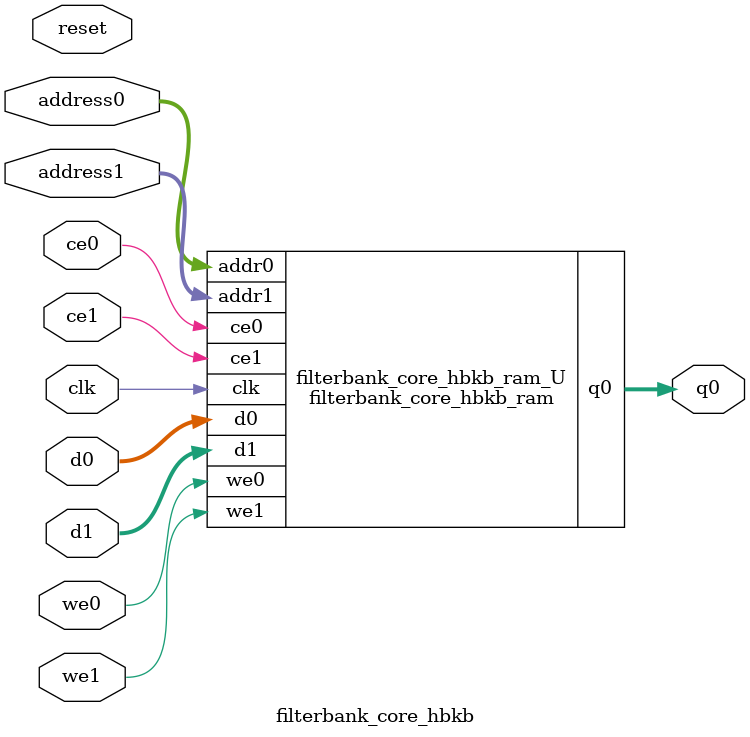
<source format=v>

`timescale 1 ns / 1 ps
module filterbank_core_hbkb_ram (addr0, ce0, d0, we0, q0, addr1, ce1, d1, we1,  clk);

parameter DWIDTH = 32;
parameter AWIDTH = 8;
parameter MEM_SIZE = 256;

input[AWIDTH-1:0] addr0;
input ce0;
input[DWIDTH-1:0] d0;
input we0;
output reg[DWIDTH-1:0] q0;
input[AWIDTH-1:0] addr1;
input ce1;
input[DWIDTH-1:0] d1;
input we1;
input clk;

(* ram_style = "block" *)reg [DWIDTH-1:0] ram[0:MEM_SIZE-1];




always @(posedge clk)  
begin 
    if (ce0) 
    begin
        if (we0) 
        begin 
            ram[addr0] <= d0; 
            q0 <= d0;
        end 
        else 
            q0 <= ram[addr0];
    end
end


always @(posedge clk)  
begin 
    if (ce1) 
    begin
        if (we1) 
        begin 
            ram[addr1] <= d1; 
        end 
    end
end


endmodule


`timescale 1 ns / 1 ps
module filterbank_core_hbkb(
    reset,
    clk,
    address0,
    ce0,
    we0,
    d0,
    q0,
    address1,
    ce1,
    we1,
    d1);

parameter DataWidth = 32'd32;
parameter AddressRange = 32'd256;
parameter AddressWidth = 32'd8;
input reset;
input clk;
input[AddressWidth - 1:0] address0;
input ce0;
input we0;
input[DataWidth - 1:0] d0;
output[DataWidth - 1:0] q0;
input[AddressWidth - 1:0] address1;
input ce1;
input we1;
input[DataWidth - 1:0] d1;



filterbank_core_hbkb_ram filterbank_core_hbkb_ram_U(
    .clk( clk ),
    .addr0( address0 ),
    .ce0( ce0 ),
    .d0( d0 ),
    .we0( we0 ),
    .q0( q0 ),
    .addr1( address1 ),
    .ce1( ce1 ),
    .d1( d1 ),
    .we1( we1 ));

endmodule


</source>
